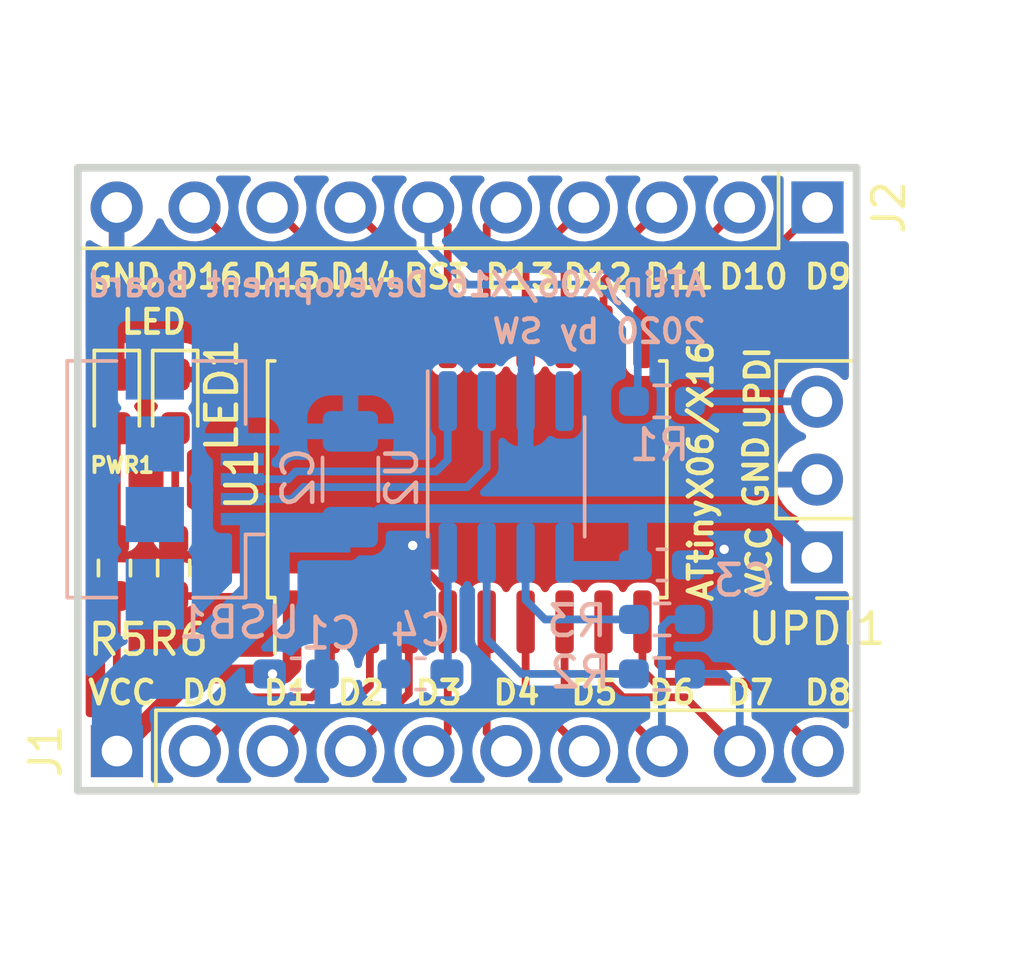
<source format=kicad_pcb>
(kicad_pcb (version 20211014) (generator pcbnew)
  (layers (0 "F.Cu" signal) (31 "B.Cu" signal) (34 "B.Paste" user) (35 "F.Paste" user) (36 "B.SilkS" user "B.Silkscreen") (37 "F.SilkS" user "F.Silkscreen") (38 "B.Mask" user) (39 "F.Mask" user) (44 "Edge.Cuts" user))
  (net 0 "")
  (net 1 "VCC")
  (net 2 "GND")
  (net 3 "Net-(U2-Pad8)")
  (net 4 "/D0")
  (net 5 "/D1")
  (net 6 "/D2")
  (net 7 "/D3")
  (net 8 "/D4")
  (net 9 "/D5")
  (net 10 "/RXD")
  (net 11 "/TXD")
  (net 12 "/D8")
  (net 13 "/D9")
  (net 14 "/D10")
  (net 15 "/D11")
  (net 16 "/D12")
  (net 17 "/D13")
  (net 18 "/UPDI")
  (net 19 "/D14")
  (net 20 "/D15")
  (net 21 "/D16")
  (net 22 "Net-(LED1-Pad2)")
  (net 23 "Net-(PWR1-Pad2)")
  (net 24 "Net-(UPDI1-Pad3)")
  (net 25 "Net-(U2-Pad7)")
  (net 26 "Net-(U2-Pad6)")
  (net 27 "Net-(USB1-Pad3)")
  (net 28 "Net-(USB1-Pad2)")
  (footprint "LED_SMD:LED_0603_1608Metric_Pad1.05x0.95mm_HandSolder" (layer "F.Cu") (at 106.68 76.708 -90)
    (fp_text reference "LED1" (at -0.2032 -1.524 -90) (layer "F.SilkS"))
    (fp_text value "LED")
    (fp_line (start 0.8 -0.735) (end -1.66 -0.735) (layer "F.SilkS") (width 0.12))
    (fp_line (start -1.66 0.735) (end 0.8 0.735) (layer "F.SilkS") (width 0.12))
    (fp_line (start -1.66 -0.735) (end -1.66 0.735) (layer "F.SilkS") (width 0.12))
    (pad "1" smd roundrect locked (at -0.875 0 270) (size 1.05 0.95) (layers "F.Cu" "F.Paste" "F.Mask") (net 2 "GND"))
    (pad "2" smd roundrect locked (at 0.875 0 270) (size 1.05 0.95) (layers "F.Cu" "F.Paste" "F.Mask") (net 22 "Net-(LED1-Pad2)"))
  )
  (footprint "Package_SO:SOIC-20W_7.5x12.8mm_P1.27mm" (layer "F.Cu") (at 116.205 79.248 90)
    (fp_text reference "U1" (at 0 -7.35 90) (layer "F.SilkS"))
    (fp_text value "ATtiny3216-S")
    (fp_line (start -3.86 -6.51) (end -3.86 -6.275) (layer "F.SilkS") (width 0.12))
    (fp_line (start -3.86 -6.275) (end -5.675 -6.275) (layer "F.SilkS") (width 0.12))
    (fp_line (start 3.86 6.51) (end 3.86 6.275) (layer "F.SilkS") (width 0.12))
    (fp_line (start 3.86 -6.51) (end 3.86 -6.275) (layer "F.SilkS") (width 0.12))
    (fp_line (start 0 6.51) (end 3.86 6.51) (layer "F.SilkS") (width 0.12))
    (fp_line (start 0 -6.51) (end 3.86 -6.51) (layer "F.SilkS") (width 0.12))
    (fp_line (start 0 -6.51) (end -3.86 -6.51) (layer "F.SilkS") (width 0.12))
    (fp_line (start -3.86 6.51) (end -3.86 6.275) (layer "F.SilkS") (width 0.12))
    (fp_line (start 0 6.51) (end -3.86 6.51) (layer "F.SilkS") (width 0.12))
    (pad "1" smd roundrect locked (at -4.65 -5.715 90) (size 2.05 0.6) (layers "F.Cu" "F.Paste" "F.Mask") (net 1 "VCC"))
    (pad "2" smd roundrect locked (at -4.65 -4.445 90) (size 2.05 0.6) (layers "F.Cu" "F.Paste" "F.Mask") (net 4 "/D0"))
    (pad "3" smd roundrect locked (at -4.65 -3.175 90) (size 2.05 0.6) (layers "F.Cu" "F.Paste" "F.Mask") (net 5 "/D1"))
    (pad "4" smd roundrect locked (at -4.65 -1.905 90) (size 2.05 0.6) (layers "F.Cu" "F.Paste" "F.Mask") (net 6 "/D2"))
    (pad "5" smd roundrect locked (at -4.65 -0.635 90) (size 2.05 0.6) (layers "F.Cu" "F.Paste" "F.Mask") (net 7 "/D3"))
    (pad "6" smd roundrect locked (at -4.65 0.635 90) (size 2.05 0.6) (layers "F.Cu" "F.Paste" "F.Mask") (net 8 "/D4"))
    (pad "7" smd roundrect locked (at -4.65 1.905 90) (size 2.05 0.6) (layers "F.Cu" "F.Paste" "F.Mask") (net 9 "/D5"))
    (pad "8" smd roundrect locked (at -4.65 3.175 90) (size 2.05 0.6) (layers "F.Cu" "F.Paste" "F.Mask") (net 10 "/RXD"))
    (pad "9" smd roundrect locked (at -4.65 4.445 90) (size 2.05 0.6) (layers "F.Cu" "F.Paste" "F.Mask") (net 11 "/TXD"))
    (pad "10" smd roundrect locked (at -4.65 5.715 90) (size 2.05 0.6) (layers "F.Cu" "F.Paste" "F.Mask") (net 12 "/D8"))
    (pad "11" smd roundrect locked (at 4.65 5.715 90) (size 2.05 0.6) (layers "F.Cu" "F.Paste" "F.Mask") (net 13 "/D9"))
    (pad "12" smd roundrect locked (at 4.65 4.445 90) (size 2.05 0.6) (layers "F.Cu" "F.Paste" "F.Mask") (net 14 "/D10"))
    (pad "13" smd roundrect locked (at 4.65 3.175 90) (size 2.05 0.6) (layers "F.Cu" "F.Paste" "F.Mask") (net 15 "/D11"))
    (pad "14" smd roundrect locked (at 4.65 1.905 90) (size 2.05 0.6) (layers "F.Cu" "F.Paste" "F.Mask") (net 16 "/D12"))
    (pad "15" smd roundrect locked (at 4.65 0.635 90) (size 2.05 0.6) (layers "F.Cu" "F.Paste" "F.Mask") (net 17 "/D13"))
    (pad "16" smd roundrect locked (at 4.65 -0.635 90) (size 2.05 0.6) (layers "F.Cu" "F.Paste" "F.Mask") (net 18 "/UPDI"))
    (pad "17" smd roundrect locked (at 4.65 -1.905 90) (size 2.05 0.6) (layers "F.Cu" "F.Paste" "F.Mask") (net 19 "/D14"))
    (pad "18" smd roundrect locked (at 4.65 -3.175 90) (size 2.05 0.6) (layers "F.Cu" "F.Paste" "F.Mask") (net 20 "/D15"))
    (pad "19" smd roundrect locked (at 4.65 -4.445 90) (size 2.05 0.6) (layers "F.Cu" "F.Paste" "F.Mask") (net 21 "/D16"))
    (pad "20" smd roundrect locked (at 4.65 -5.715 90) (size 2.05 0.6) (layers "F.Cu" "F.Paste" "F.Mask") (net 2 "GND"))
  )
  (footprint "LED_SMD:LED_0603_1608Metric_Pad1.05x0.95mm_HandSolder" (layer "F.Cu") (at 104.775 76.708 -90)
    (fp_text reference "PWR1" (at 2.0828 -0.1778 180) (layer "F.SilkS") (effects (font (size 0.5 0.5) (thickness 0.125))))
    (fp_text value "LED")
    (fp_line (start -1.66 -0.735) (end -1.66 0.735) (layer "F.SilkS") (width 0.12))
    (fp_line (start 0.8 -0.735) (end -1.66 -0.735) (layer "F.SilkS") (width 0.12))
    (fp_line (start -1.66 0.735) (end 0.8 0.735) (layer "F.SilkS") (width 0.12))
    (pad "1" smd roundrect locked (at -0.875 0 270) (size 1.05 0.95) (layers "F.Cu" "F.Paste" "F.Mask") (net 2 "GND"))
    (pad "2" smd roundrect locked (at 0.875 0 270) (size 1.05 0.95) (layers "F.Cu" "F.Paste" "F.Mask") (net 23 "Net-(PWR1-Pad2)"))
  )
  (footprint "Connector_PinHeader_2.54mm:PinHeader_1x03_P2.54mm_Vertical" (layer "F.Cu") (at 127.61 81.798 180)
    (fp_text reference "UPDI1" (at 0 -2.33 180) (layer "F.SilkS"))
    (fp_text value "Conn_01x03_Male")
    (fp_line (start 1.33 1.27) (end 1.33 6.41) (layer "F.SilkS") (width 0.12))
    (fp_line (start -1.33 0) (end -1.33 -1.33) (layer "F.SilkS") (width 0.12))
    (fp_line (start -1.33 1.27) (end -1.33 6.41) (layer "F.SilkS") (width 0.12))
    (fp_line (start -1.33 6.41) (end 1.33 6.41) (layer "F.SilkS") (width 0.12))
    (fp_line (start -1.33 -1.33) (end 0 -1.33) (layer "F.SilkS") (width 0.12))
    (fp_line (start -1.33 1.27) (end 1.33 1.27) (layer "F.SilkS") (width 0.12))
    (pad "1" thru_hole rect locked (at 0 0 180) (size 1.7 1.7) (drill 1) (layers *.Cu *.Mask) (net 1 "VCC"))
    (pad "2" thru_hole oval locked (at 0 2.54 180) (size 1.7 1.7) (drill 1) (layers *.Cu *.Mask) (net 2 "GND"))
    (pad "3" thru_hole oval locked (at 0 5.08 180) (size 1.7 1.7) (drill 1) (layers *.Cu *.Mask) (net 24 "Net-(UPDI1-Pad3)"))
  )
  (footprint "Resistor_SMD:R_0603_1608Metric_Pad0.98x0.95mm_HandSolder" (layer "F.Cu") (at 106.6292 82.1436 -90)
    (fp_text reference "R6" (at 2.3368 -0.1524 180) (layer "F.SilkS"))
    (fp_text value "1k")
    (fp_line (start -0.254724 0.5225) (end 0.254724 0.5225) (layer "F.SilkS") (width 0.12))
    (fp_line (start -0.254724 -0.5225) (end 0.254724 -0.5225) (layer "F.SilkS") (width 0.12))
    (pad "1" smd roundrect locked (at -0.9125 0 270) (size 0.975 0.95) (layers "F.Cu" "F.Paste" "F.Mask") (net 22 "Net-(LED1-Pad2)"))
    (pad "2" smd roundrect locked (at 0.9125 0 270) (size 0.975 0.95) (layers "F.Cu" "F.Paste" "F.Mask") (net 7 "/D3"))
  )
  (footprint "Connector_PinHeader_2.54mm:PinHeader_1x10_P2.54mm_Vertical" (layer "F.Cu") (at 104.78 88.113 90)
    (fp_text reference "J1" (at 0 -2.33 90) (layer "F.SilkS"))
    (fp_text value "Conn_01x10_Male")
    (fp_line (start -1.33 24.19) (end 1.33 24.19) (layer "F.SilkS") (width 0.12))
    (fp_line (start -1.33 1.27) (end 1.33 1.27) (layer "F.SilkS") (width 0.12))
    (fp_line (start 1.33 1.27) (end 1.33 24.19) (layer "F.SilkS") (width 0.12))
    (fp_line (start -1.33 -1.33) (end 0 -1.33) (layer "F.SilkS") (width 0.12))
    (fp_line (start -1.33 0) (end -1.33 -1.33) (layer "F.SilkS") (width 0.12))
    (fp_line (start -1.33 1.27) (end -1.33 24.19) (layer "F.SilkS") (width 0.12))
    (pad "1" thru_hole rect locked (at 0 0 90) (size 1.7 1.7) (drill 1) (layers *.Cu *.Mask) (net 1 "VCC"))
    (pad "2" thru_hole oval locked (at 0 2.54 90) (size 1.7 1.7) (drill 1) (layers *.Cu *.Mask) (net 4 "/D0"))
    (pad "3" thru_hole oval locked (at 0 5.08 90) (size 1.7 1.7) (drill 1) (layers *.Cu *.Mask) (net 5 "/D1"))
    (pad "4" thru_hole oval locked (at 0 7.62 90) (size 1.7 1.7) (drill 1) (layers *.Cu *.Mask) (net 6 "/D2"))
    (pad "5" thru_hole oval locked (at 0 10.16 90) (size 1.7 1.7) (drill 1) (layers *.Cu *.Mask) (net 7 "/D3"))
    (pad "6" thru_hole oval locked (at 0 12.7 90) (size 1.7 1.7) (drill 1) (layers *.Cu *.Mask) (net 8 "/D4"))
    (pad "7" thru_hole oval locked (at 0 15.24 90) (size 1.7 1.7) (drill 1) (layers *.Cu *.Mask) (net 9 "/D5"))
    (pad "8" thru_hole oval locked (at 0 17.78 90) (size 1.7 1.7) (drill 1) (layers *.Cu *.Mask) (net 10 "/RXD"))
    (pad "9" thru_hole oval locked (at 0 20.32 90) (size 1.7 1.7) (drill 1) (layers *.Cu *.Mask) (net 11 "/TXD"))
    (pad "10" thru_hole oval locked (at 0 22.86 90) (size 1.7 1.7) (drill 1) (layers *.Cu *.Mask) (net 12 "/D8"))
  )
  (footprint "Connector_PinHeader_2.54mm:PinHeader_1x10_P2.54mm_Vertical" (layer "F.Cu") (at 127.63 70.383 -90)
    (fp_text reference "J2" (at 0 -2.33 -90) (layer "F.SilkS"))
    (fp_text value "Conn_01x10_Male")
    (fp_line (start -1.33 -1.33) (end 0 -1.33) (layer "F.SilkS") (width 0.12))
    (fp_line (start -1.33 1.27) (end -1.33 24.19) (layer "F.SilkS") (width 0.12))
    (fp_line (start -1.33 24.19) (end 1.33 24.19) (layer "F.SilkS") (width 0.12))
    (fp_line (start -1.33 0) (end -1.33 -1.33) (layer "F.SilkS") (width 0.12))
    (fp_line (start -1.33 1.27) (end 1.33 1.27) (layer "F.SilkS") (width 0.12))
    (fp_line (start 1.33 1.27) (end 1.33 24.19) (layer "F.SilkS") (width 0.12))
    (pad "1" thru_hole rect locked (at 0 0 270) (size 1.7 1.7) (drill 1) (layers *.Cu *.Mask) (net 13 "/D9"))
    (pad "2" thru_hole oval locked (at 0 2.54 270) (size 1.7 1.7) (drill 1) (layers *.Cu *.Mask) (net 14 "/D10"))
    (pad "3" thru_hole oval locked (at 0 5.08 270) (size 1.7 1.7) (drill 1) (layers *.Cu *.Mask) (net 15 "/D11"))
    (pad "4" thru_hole oval locked (at 0 7.62 270) (size 1.7 1.7) (drill 1) (layers *.Cu *.Mask) (net 16 "/D12"))
    (pad "5" thru_hole oval locked (at 0 10.16 270) (size 1.7 1.7) (drill 1) (layers *.Cu *.Mask) (net 17 "/D13"))
    (pad "6" thru_hole oval locked (at 0 12.7 270) (size 1.7 1.7) (drill 1) (layers *.Cu *.Mask) (net 18 "/UPDI"))
    (pad "7" thru_hole oval locked (at 0 15.24 270) (size 1.7 1.7) (drill 1) (layers *.Cu *.Mask) (net 19 "/D14"))
    (pad "8" thru_hole oval locked (at 0 17.78 270) (size 1.7 1.7) (drill 1) (layers *.Cu *.Mask) (net 20 "/D15"))
    (pad "9" thru_hole oval locked (at 0 20.32 270) (size 1.7 1.7) (drill 1) (layers *.Cu *.Mask) (net 21 "/D16"))
    (pad "10" thru_hole oval locked (at 0 22.86 270) (size 1.7 1.7) (drill 1) (layers *.Cu *.Mask) (net 2 "GND"))
  )
  (footprint "Resistor_SMD:R_0603_1608Metric_Pad0.98x0.95mm_HandSolder" (layer "F.Cu") (at 104.6988 82.1436 90)
    (fp_text reference "R5" (at -2.3368 0.127 180) (layer "F.SilkS"))
    (fp_text value "1k")
    (fp_line (start -0.254724 -0.5225) (end 0.254724 -0.5225) (layer "F.SilkS") (width 0.12))
    (fp_line (start -0.254724 0.5225) (end 0.254724 0.5225) (layer "F.SilkS") (width 0.12))
    (pad "1" smd roundrect locked (at -0.9125 0 90) (size 0.975 0.95) (layers "F.Cu" "F.Paste" "F.Mask") (net 1 "VCC"))
    (pad "2" smd roundrect locked (at 0.9125 0 90) (size 0.975 0.95) (layers "F.Cu" "F.Paste" "F.Mask") (net 23 "Net-(PWR1-Pad2)"))
  )
  (footprint "Resistor_SMD:R_0603_1608Metric_Pad0.98x0.95mm_HandSolder" (layer "B.Cu") (at 122.555 83.82)
    (fp_text reference "R3" (at -2.7686 0.0508) (layer "B.SilkS") (effects (justify mirror)))
    (fp_text value "1k")
    (fp_line (start -0.254724 0.5225) (end 0.254724 0.5225) (layer "B.SilkS") (width 0.12))
    (fp_line (start -0.254724 -0.5225) (end 0.254724 -0.5225) (layer "B.SilkS") (width 0.12))
    (pad "1" smd roundrect locked (at -0.9125 0) (size 0.975 0.95) (layers "B.Cu" "B.Paste" "B.Mask") (net 26 "Net-(U2-Pad6)"))
    (pad "2" smd roundrect locked (at 0.9125 0) (size 0.975 0.95) (layers "B.Cu" "B.Paste" "B.Mask") (net 10 "/RXD"))
  )
  (footprint "Capacitor_SMD:C_0603_1608Metric_Pad1.08x0.95mm_HandSolder" (layer "B.Cu") (at 122.555 82.042)
    (fp_text reference "C3" (at 2.667 0.508) (layer "B.SilkS") (effects (justify mirror)))
    (fp_text value "100n")
    (fp_line (start -0.146267 0.51) (end 0.146267 0.51) (layer "B.SilkS") (width 0.12))
    (fp_line (start -0.146267 -0.51) (end 0.146267 -0.51) (layer "B.SilkS") (width 0.12))
    (pad "1" smd roundrect locked (at -0.8625 0) (size 1.075 0.95) (layers "B.Cu" "B.Paste" "B.Mask") (net 1 "VCC"))
    (pad "2" smd roundrect locked (at 0.8625 0) (size 1.075 0.95) (layers "B.Cu" "B.Paste" "B.Mask") (net 2 "GND"))
  )
  (footprint "Connector_USB:USB_Micro-B_Amphenol_10104110_Horizontal" (layer "B.Cu") (at 107.315 79.248 90)
    (fp_text reference "USB1" (at -4.6736 1.4478 180) (layer "B.SilkS") (effects (justify mirror)))
    (fp_text value "USB_B_Micro")
    (fp_line (start -3.86 1.66) (end -1.8 1.66) (layer "B.SilkS") (width 0.12))
    (fp_line (start -1.8 1.66) (end -1.8 2.25) (layer "B.SilkS") (width 0.12))
    (fp_line (start 3.86 1.66) (end 1.8 1.66) (layer "B.SilkS") (width 0.12))
    (fp_line (start -3.86 -4.16) (end 3.86 -4.16) (layer "B.SilkS") (width 0.12))
    (fp_line (start -3.86 -4.16) (end -3.86 -2.55) (layer "B.SilkS") (width 0.12))
    (fp_line (start 3.86 -4.16) (end 3.86 -2.55) (layer "B.SilkS") (width 0.12))
    (fp_line (start 3.86 -0.05) (end 3.86 1.66) (layer "B.SilkS") (width 0.12))
    (fp_line (start -3.86 -0.05) (end -3.86 1.66) (layer "B.SilkS") (width 0.12))
    (pad "1" smd rect locked (at -1.3 1.55 90) (size 0.4 1.4) (layers "B.Cu" "B.Paste" "B.Mask") (net 1 "VCC"))
    (pad "2" smd rect locked (at -0.65 1.55 90) (size 0.4 1.4) (layers "B.Cu" "B.Paste" "B.Mask") (net 28 "Net-(USB1-Pad2)"))
    (pad "3" smd rect locked (at 0 1.55 90) (size 0.4 1.4) (layers "B.Cu" "B.Paste" "B.Mask") (net 27 "Net-(USB1-Pad3)"))
    (pad "4" smd rect locked (at 0.65 1.55 90) (size 0.4 1.4) (layers "B.Cu" "B.Paste" "B.Mask"))
    (pad "5" smd rect locked (at 1.3 1.55 90) (size 0.4 1.4) (layers "B.Cu" "B.Paste" "B.Mask") (net 2 "GND"))
    (pad "6" smd rect locked (at 1.15 -1.3 90) (size 1.8 1.9) (layers "B.Cu" "B.Paste" "B.Mask"))
    (pad "6" smd rect locked (at -1.15 -1.3 90) (size 1.8 1.9) (layers "B.Cu" "B.Paste" "B.Mask"))
    (pad "6" smd rect locked (at -3.75 -1.3 90) (size 2.3 1.9) (layers "B.Cu" "B.Paste" "B.Mask"))
    (pad "6" smd rect locked (at 3.75 -1.3 90) (size 2.3 1.9) (layers "B.Cu" "B.Paste" "B.Mask"))
  )
  (footprint "Capacitor_SMD:C_0603_1608Metric_Pad1.08x0.95mm_HandSolder" (layer "B.Cu") (at 110.617 85.598)
    (fp_text reference "C1" (at 1.143 -1.3208) (layer "B.SilkS") (effects (justify mirror)))
    (fp_text value "100n")
    (fp_line (start -0.146267 0.51) (end 0.146267 0.51) (layer "B.SilkS") (width 0.12))
    (fp_line (start -0.146267 -0.51) (end 0.146267 -0.51) (layer "B.SilkS") (width 0.12))
    (pad "1" smd roundrect locked (at -0.8625 0) (size 1.075 0.95) (layers "B.Cu" "B.Paste" "B.Mask") (net 1 "VCC"))
    (pad "2" smd roundrect locked (at 0.8625 0) (size 1.075 0.95) (layers "B.Cu" "B.Paste" "B.Mask") (net 2 "GND"))
  )
  (footprint "Capacitor_SMD:C_1206_3216Metric_Pad1.33x1.80mm_HandSolder" (layer "B.Cu") (at 112.395 79.248 90)
    (fp_text reference "C2" (at 0.0508 -1.7018 90) (layer "B.SilkS") (effects (justify mirror)))
    (fp_text value "47u")
    (fp_line (start -0.711252 -0.91) (end 0.711252 -0.91) (layer "B.SilkS") (width 0.12))
    (fp_line (start -0.711252 0.91) (end 0.711252 0.91) (layer "B.SilkS") (width 0.12))
    (pad "1" smd roundrect locked (at -1.5625 0 90) (size 1.325 1.8) (layers "B.Cu" "B.Paste" "B.Mask") (roundrect_rratio 0.188679) (net 1 "VCC"))
    (pad "2" smd roundrect locked (at 1.5625 0 90) (size 1.325 1.8) (layers "B.Cu" "B.Paste" "B.Mask") (roundrect_rratio 0.188679) (net 2 "GND"))
  )
  (footprint "Resistor_SMD:R_0603_1608Metric_Pad0.98x0.95mm_HandSolder" (layer "B.Cu") (at 122.555 85.598)
    (fp_text reference "R2" (at -2.667 -0.0508) (layer "B.SilkS") (effects (justify mirror)))
    (fp_text value "1k")
    (fp_line (start -0.254724 -0.5225) (end 0.254724 -0.5225) (layer "B.SilkS") (width 0.12))
    (fp_line (start -0.254724 0.5225) (end 0.254724 0.5225) (layer "B.SilkS") (width 0.12))
    (pad "1" smd roundrect locked (at -0.9125 0) (size 0.975 0.95) (layers "B.Cu" "B.Paste" "B.Mask") (net 25 "Net-(U2-Pad7)"))
    (pad "2" smd roundrect locked (at 0.9125 0) (size 0.975 0.95) (layers "B.Cu" "B.Paste" "B.Mask") (net 11 "/TXD"))
  )
  (footprint "Capacitor_SMD:C_0603_1608Metric_Pad1.08x0.95mm_HandSolder" (layer "B.Cu") (at 114.681 85.598 180)
    (fp_text reference "C4" (at 0 1.43) (layer "B.SilkS") (effects (justify mirror)))
    (fp_text value "100n")
    (fp_line (start -0.146267 0.51) (end 0.146267 0.51) (layer "B.SilkS") (width 0.12))
    (fp_line (start -0.146267 -0.51) (end 0.146267 -0.51) (layer "B.SilkS") (width 0.12))
    (pad "1" smd roundrect locked (at -0.8625 0 180) (size 1.075 0.95) (layers "B.Cu" "B.Paste" "B.Mask") (net 3 "Net-(U2-Pad8)"))
    (pad "2" smd roundrect locked (at 0.8625 0 180) (size 1.075 0.95) (layers "B.Cu" "B.Paste" "B.Mask") (net 2 "GND"))
  )
  (footprint "Resistor_SMD:R_0603_1608Metric_Pad0.98x0.95mm_HandSolder" (layer "B.Cu") (at 122.555 76.708 180)
    (fp_text reference "R1" (at 0.0762 -1.4224) (layer "B.SilkS") (effects (justify mirror)))
    (fp_text value "1k")
    (fp_line (start -0.254724 0.5225) (end 0.254724 0.5225) (layer "B.SilkS") (width 0.12))
    (fp_line (start -0.254724 -0.5225) (end 0.254724 -0.5225) (layer "B.SilkS") (width 0.12))
    (pad "1" smd roundrect locked (at -0.9125 0 180) (size 0.975 0.95) (layers "B.Cu" "B.Paste" "B.Mask") (net 24 "Net-(UPDI1-Pad3)"))
    (pad "2" smd roundrect locked (at 0.9125 0 180) (size 0.975 0.95) (layers "B.Cu" "B.Paste" "B.Mask") (net 18 "/UPDI"))
  )
  (footprint "Package_SO:SOIC-8_3.9x4.9mm_P1.27mm" (layer "B.Cu") (at 117.475 79.172 -90)
    (fp_text reference "U2" (at 0 3.4 90) (layer "B.SilkS") (effects (justify mirror)))
    (fp_text value "CH330N")
    (fp_line (start 0 -2.56) (end 1.95 -2.56) (layer "B.SilkS") (width 0.12))
    (fp_line (start 0 -2.56) (end -1.95 -2.56) (layer "B.SilkS") (width 0.12))
    (fp_line (start 0 2.56) (end -3.45 2.56) (layer "B.SilkS") (width 0.12))
    (fp_line (start 0 2.56) (end 1.95 2.56) (layer "B.SilkS") (width 0.12))
    (pad "1" smd roundrect locked (at -2.475 1.905 270) (size 1.95 0.6) (layers "B.Cu" "B.Paste" "B.Mask") (net 27 "Net-(USB1-Pad3)"))
    (pad "2" smd roundrect locked (at -2.475 0.635 270) (size 1.95 0.6) (layers "B.Cu" "B.Paste" "B.Mask") (net 28 "Net-(USB1-Pad2)"))
    (pad "3" smd roundrect locked (at -2.475 -0.635 270) (size 1.95 0.6) (layers "B.Cu" "B.Paste" "B.Mask") (net 2 "GND"))
    (pad "4" smd roundrect locked (at -2.475 -1.905 270) (size 1.95 0.6) (layers "B.Cu" "B.Paste" "B.Mask"))
    (pad "5" smd roundrect locked (at 2.475 -1.905 270) (size 1.95 0.6) (layers "B.Cu" "B.Paste" "B.Mask") (net 1 "VCC"))
    (pad "6" smd roundrect locked (at 2.475 -0.635 270) (size 1.95 0.6) (layers "B.Cu" "B.Paste" "B.Mask") (net 26 "Net-(U2-Pad6)"))
    (pad "7" smd roundrect locked (at 2.475 0.635 270) (size 1.95 0.6) (layers "B.Cu" "B.Paste" "B.Mask") (net 25 "Net-(U2-Pad7)"))
    (pad "8" smd roundrect locked (at 2.475 1.905 270) (size 1.95 0.6) (layers "B.Cu" "B.Paste" "B.Mask") (net 3 "Net-(U2-Pad8)"))
  )
  (gr_poly (pts (xy 108.788 80.34) (xy 112.395 80.34) (xy 112.395 81.636) (xy 108.788 81.636)) (layer "B.Cu") (width 0) (fill solid))
  (gr_line (start 128.905 89.408) (end 103.505 89.408) (layer "Edge.Cuts") (width 0.254))
  (gr_line (start 103.505 69.088) (end 128.905 69.088) (layer "Edge.Cuts") (width 0.254))
  (gr_line (start 128.905 69.088) (end 128.905 89.408) (layer "Edge.Cuts") (width 0.254))
  (gr_line (start 103.505 89.408) (end 103.505 69.088) (layer "Edge.Cuts") (width 0.254))
  (gr_text "ATtinyX06/X16 Development Board" (at 124.079 72.898) (layer "B.SilkS") (effects (font (size 0.762 0.762) (thickness 0.152)) (justify left mirror)))
  (gr_text "2020 by SW" (at 124.079 74.422) (layer "B.SilkS") (effects (font (size 0.762 0.762) (thickness 0.152)) (justify left mirror)))
  (gr_text "D5" (at 119.507 86.2076) (layer "F.SilkS") (effects (font (size 0.762 0.762) (thickness 0.152)) (justify left)))
  (gr_text "D13" (at 116.713 72.644) (layer "F.SilkS") (effects (font (size 0.762 0.762) (thickness 0.152)) (justify left)))
  (gr_text "GND" (at 125.6284 80.264 90) (layer "F.SilkS") (effects (font (size 0.762 0.762) (thickness 0.152)) (justify left)))
  (gr_text "D12" (at 119.253 72.644) (layer "F.SilkS") (effects (font (size 0.762 0.762) (thickness 0.152)) (justify left)))
  (gr_text "D16" (at 106.553 72.644) (layer "F.SilkS") (effects (font (size 0.762 0.762) (thickness 0.152)) (justify left)))
  (gr_text "D0" (at 106.807 86.2076) (layer "F.SilkS") (effects (font (size 0.762 0.762) (thickness 0.152)) (justify left)))
  (gr_text "D1" (at 109.474 86.2076) (layer "F.SilkS") (effects (font (size 0.762 0.762) (thickness 0.152)) (justify left)))
  (gr_text "D3" (at 114.427 86.2076) (layer "F.SilkS") (effects (font (size 0.762 0.762) (thickness 0.152)) (justify left)))
  (gr_text "LED" (at 104.8512 74.1172) (layer "F.SilkS") (effects (font (size 0.762 0.762) (thickness 0.152)) (justify left)))
  (gr_text "D8" (at 127.127 86.2076) (layer "F.SilkS") (effects (font (size 0.762 0.762) (thickness 0.152)) (justify left)))
  (gr_text "RST" (at 114.046 72.644) (layer "F.SilkS") (effects (font (size 0.762 0.762) (thickness 0.152)) (justify left)))
  (gr_text "ATtinyX06/X16" (at 123.825 83.312 90) (layer "F.SilkS") (effects (font (size 0.762 0.762) (thickness 0.152)) (justify left)))
  (gr_text "D4" (at 116.967 86.2076) (layer "F.SilkS") (effects (font (size 0.762 0.762) (thickness 0.152)) (justify left)))
  (gr_text "VCC" (at 125.73 83.058 90) (layer "F.SilkS") (effects (font (size 0.762 0.762) (thickness 0.152)) (justify left)))
  (gr_text "D14" (at 111.633 72.644) (layer "F.SilkS") (effects (font (size 0.762 0.762) (thickness 0.152)) (justify left)))
  (gr_text "VCC" (at 103.759 86.2076) (layer "F.SilkS") (effects (font (size 0.762 0.762) (thickness 0.152)) (justify left)))
  (gr_text "D10" (at 124.333 72.644) (layer "F.SilkS") (effects (font (size 0.762 0.762) (thickness 0.152)) (justify left)))
  (gr_text "D2" (at 111.887 86.2076) (layer "F.SilkS") (effects (font (size 0.762 0.762) (thickness 0.152)) (justify left)))
  (gr_text "UPDI" (at 125.6792 77.724 90) (layer "F.SilkS") (effects (font (size 0.762 0.762) (thickness 0.152)) (justify left)))
  (gr_text "D9" (at 127.127 72.644) (layer "F.SilkS") (effects (font (size 0.762 0.762) (thickness 0.152)) (justify left)))
  (gr_text "D6" (at 122.047 86.2076) (layer "F.SilkS") (effects (font (size 0.762 0.762) (thickness 0.152)) (justify left)))
  (gr_text "GND" (at 103.759 72.644) (layer "F.SilkS") (effects (font (size 0.762 0.762) (thickness 0.152)) (justify left)))
  (gr_text "D7" (at 124.587 86.2076) (layer "F.SilkS") (effects (font (size 0.762 0.762) (thickness 0.152)) (justify left)))
  (gr_text "D11" (at 121.92 72.644) (layer "F.SilkS") (effects (font (size 0.762 0.762) (thickness 0.152)) (justify left)))
  (gr_text "D15" (at 109.093 72.644) (layer "F.SilkS") (effects (font (size 0.762 0.762) (thickness 0.152)) (justify left)))
  (segment (start 109.855 85.598) (end 107.315 85.598) (width 0.61) (layer "F.Cu") (net 1))
  (segment (start 109.855 85.598) (end 110.236 85.598) (width 0.61) (layer "F.Cu") (net 1))
  (segment (start 110.236 85.598) (end 110.49 85.344) (width 0.61) (layer "F.Cu") (net 1))
  (segment (start 104.775 88.138) (end 104.775 83.1323) (width 0.254) (layer "F.Cu") (net 1))
  (segment (start 110.49 85.344) (end 110.49 84.328) (width 0.61) (layer "F.Cu") (net 1))
  (segment (start 107.315 85.598) (end 104.775 88.138) (width 0.61) (layer "F.Cu") (net 1))
  (segment (start 104.775 83.1323) (end 104.6988 83.0561) (width 0.254) (layer "F.Cu") (net 1))
  (segment (start 109.855 85.598) (end 109.855 85.598) (width 0.61) (layer "F.Cu") (net 1))
  (via (at 109.855 85.598) (size 0.61) (drill 0.305) (layers "F.Cu" "B.Cu") (net 1))
  (segment (start 121.768 82.042) (end 121.768 80.366) (width 0.61) (layer "B.Cu") (net 1))
  (segment (start 104.775 88.138) (end 104.775 86.36) (width 1.626) (layer "B.Cu") (net 1))
  (segment (start 121.768 80.366) (end 121.768 80.366) (width 0.61) (layer "B.Cu") (net 1))
  (segment (start 110.0705 80.8105) (end 109.601 81.28) (width 0.25) (layer "B.Cu") (net 1))
  (segment (start 104.775 86.36) (end 105.537 85.598) (width 1.626) (layer "B.Cu") (net 1))
  (segment (start 109.601 83.058) (end 109.601 81.28) (width 1.626) (layer "B.Cu") (net 1))
  (segment (start 121.59 82.22) (end 119.38 82.22) (width 0.61) (layer "B.Cu") (net 1))
  (segment (start 118.847 80.366) (end 113.411 80.366) (width 0.61) (layer "B.Cu") (net 1))
  (segment (start 112.395 80.8105) (end 110.0705 80.8105) (width 0.25) (layer "B.Cu") (net 1))
  (segment (start 105.537 85.598) (end 107.061 85.598) (width 1.626) (layer "B.Cu") (net 1))
  (segment (start 118.847 80.366) (end 126.213 80.366) (width 0.61) (layer "B.Cu") (net 1))
  (segment (start 107.061 85.598) (end 109.601 83.058) (width 1.626) (layer "B.Cu") (net 1))
  (segment (start 121.768 82.042) (end 121.59 82.22) (width 0.61) (layer "B.Cu") (net 1))
  (segment (start 126.213 80.366) (end 127.635 81.788) (width 0.61) (layer "B.Cu") (net 1))
  (via (at 114.427 81.407) (size 0.61) (drill 0.305) (layers "F.Cu" "B.Cu") (net 2))
  (via (at 124.587 81.534) (size 0.61) (drill 0.305) (layers "F.Cu" "B.Cu") (net 2))
  (segment (start 115.57 82.22) (end 115.57 85.496) (width 0.254) (layer "B.Cu") (net 3))
  (segment (start 115.57 85.496) (end 115.468 85.598) (width 0.254) (layer "B.Cu") (net 3))
  (segment (start 111.125 86.36) (end 109.093 86.36) (width 0.254) (layer "F.Cu") (net 4))
  (segment (start 111.76 84.328) (end 111.76 85.725) (width 0.254) (layer "F.Cu") (net 4))
  (segment (start 109.093 86.36) (end 107.315 88.138) (width 0.254) (layer "F.Cu") (net 4))
  (segment (start 111.76 85.725) (end 111.125 86.36) (width 0.254) (layer "F.Cu") (net 4))
  (segment (start 113.03 84.328) (end 113.03 85.979) (width 0.254) (layer "F.Cu") (net 5))
  (segment (start 112.141 86.868) (end 111.125 86.868) (width 0.254) (layer "F.Cu") (net 5))
  (segment (start 111.125 86.868) (end 109.855 88.138) (width 0.254) (layer "F.Cu") (net 5))
  (segment (start 113.03 85.979) (end 112.141 86.868) (width 0.254) (layer "F.Cu") (net 5))
  (segment (start 114.3 84.328) (end 114.3 86.233) (width 0.254) (layer "F.Cu") (net 6))
  (segment (start 114.3 86.233) (end 112.395 88.138) (width 0.254) (layer "F.Cu") (net 6))
  (segment (start 115.214 82.575) (end 115.57 82.931) (width 0.254) (layer "F.Cu") (net 7))
  (segment (start 115.57 87.503) (end 114.935 88.138) (width 0.254) (layer "F.Cu") (net 7))
  (segment (start 115.57 84.328) (end 115.57 87.503) (width 0.254) (layer "F.Cu") (net 7))
  (segment (start 114.8334 82.1944) (end 115.214 82.575) (width 0.25) (layer "F.Cu") (net 7))
  (segment (start 115.57 82.931) (end 115.57 84.328) (width 0.254) (layer "F.Cu") (net 7))
  (segment (start 107.5963 83.0561) (end 108.458 82.1944) (width 0.25) (layer "F.Cu") (net 7))
  (segment (start 106.6292 83.0561) (end 107.5963 83.0561) (width 0.25) (layer "F.Cu") (net 7))
  (segment (start 108.458 82.1944) (end 114.8334 82.1944) (width 0.25) (layer "F.Cu") (net 7))
  (segment (start 116.84 84.328) (end 116.84 87.503) (width 0.254) (layer "F.Cu") (net 8))
  (segment (start 116.84 87.503) (end 117.475 88.138) (width 0.254) (layer "F.Cu") (net 8))
  (segment (start 118.11 86.233) (end 120.015 88.138) (width 0.254) (layer "F.Cu") (net 9))
  (segment (start 118.11 84.328) (end 118.11 86.233) (width 0.254) (layer "F.Cu") (net 9))
  (segment (start 120.269 86.868) (end 121.285 86.868) (width 0.254) (layer "F.Cu") (net 10))
  (segment (start 121.285 86.868) (end 122.555 88.138) (width 0.254) (layer "F.Cu") (net 10))
  (segment (start 119.38 84.328) (end 119.38 85.979) (width 0.254) (layer "F.Cu") (net 10))
  (segment (start 119.38 85.979) (end 120.269 86.868) (width 0.254) (layer "F.Cu") (net 10))
  (segment (start 122.555 84.074) (end 122.809 83.82) (width 0.254) (layer "B.Cu") (net 10))
  (segment (start 122.555 88.138) (end 122.555 84.074) (width 0.254) (layer "B.Cu") (net 10))
  (segment (start 122.809 83.82) (end 123.342 83.82) (width 0.254) (layer "B.Cu") (net 10))
  (segment (start 121.285 86.36) (end 123.317 86.36) (width 0.254) (layer "F.Cu") (net 11))
  (segment (start 123.317 86.36) (end 125.095 88.138) (width 0.254) (layer "F.Cu") (net 11))
  (segment (start 120.65 85.725) (end 121.285 86.36) (width 0.254) (layer "F.Cu") (net 11))
  (segment (start 120.65 84.328) (end 120.65 85.725) (width 0.254) (layer "F.Cu") (net 11))
  (segment (start 123.342 85.598) (end 124.587 85.598) (width 0.254) (layer "B.Cu") (net 11))
  (segment (start 125.095 86.106) (end 125.095 88.138) (width 0.254) (layer "B.Cu") (net 11))
  (segment (start 124.587 85.598) (end 125.095 86.106) (width 0.254) (layer "B.Cu") (net 11))
  (segment (start 121.92 84.328) (end 121.92 85.471) (width 0.254) (layer "F.Cu") (net 12))
  (segment (start 125.349 85.852) (end 127.635 88.138) (width 0.254) (layer "F.Cu") (net 12))
  (segment (start 121.92 85.471) (end 122.301 85.852) (width 0.254) (layer "F.Cu") (net 12))
  (segment (start 122.301 85.852) (end 125.349 85.852) (width 0.254) (layer "F.Cu") (net 12))
  (segment (start 121.92 74.699) (end 121.92 73.025) (width 0.254) (layer "F.Cu") (net 13))
  (segment (start 125.349 72.644) (end 127.635 70.358) (width 0.254) (layer "F.Cu") (net 13))
  (segment (start 122.301 72.644) (end 125.349 72.644) (width 0.254) (layer "F.Cu") (net 13))
  (segment (start 121.92 73.025) (end 122.301 72.644) (width 0.254) (layer "F.Cu") (net 13))
  (segment (start 121.285 72.136) (end 123.317 72.136) (width 0.254) (layer "F.Cu") (net 14))
  (segment (start 123.317 72.136) (end 125.095 70.358) (width 0.254) (layer "F.Cu") (net 14))
  (segment (start 120.65 72.771) (end 121.285 72.136) (width 0.254) (layer "F.Cu") (net 14))
  (segment (start 120.65 74.699) (end 120.65 72.771) (width 0.254) (layer "F.Cu") (net 14))
  (segment (start 119.38 72.517) (end 120.269 71.628) (width 0.254) (layer "F.Cu") (net 15))
  (segment (start 119.38 74.699) (end 119.38 72.517) (width 0.254) (layer "F.Cu") (net 15))
  (segment (start 120.269 71.628) (end 121.285 71.628) (width 0.254) (layer "F.Cu") (net 15))
  (segment (start 121.285 71.628) (end 122.555 70.358) (width 0.254) (layer "F.Cu") (net 15))
  (segment (start 118.11 72.263) (end 120.015 70.358) (width 0.254) (layer "F.Cu") (net 16))
  (segment (start 118.11 74.698) (end 118.11 72.263) (width 0.254) (layer "F.Cu") (net 16))
  (segment (start 116.84 70.993) (end 117.475 70.358) (width 0.254) (layer "F.Cu") (net 17))
  (segment (start 116.84 74.698) (end 116.84 70.993) (width 0.254) (layer "F.Cu") (net 17))
  (segment (start 115.57 70.993) (end 114.935 70.358) (width 0.254) (layer "F.Cu") (net 18))
  (segment (start 115.57 74.698) (end 115.57 70.993) (width 0.254) (layer "F.Cu") (net 18))
  (segment (start 116.205 72.898) (end 120.523 72.898) (width 0.254) (layer "B.Cu") (net 18))
  (segment (start 121.768 74.143) (end 121.768 76.708) (width 0.254) (layer "B.Cu") (net 18))
  (segment (start 120.523 72.898) (end 121.768 74.143) (width 0.254) (layer "B.Cu") (net 18))
  (segment (start 114.935 71.628) (end 116.205 72.898) (width 0.254) (layer "B.Cu") (net 18))
  (segment (start 114.935 70.358) (end 114.935 71.628) (width 0.254) (layer "B.Cu") (net 18))
  (segment (start 114.3 74.698) (end 114.3 72.263) (width 0.254) (layer "F.Cu") (net 19))
  (segment (start 114.3 72.263) (end 112.395 70.358) (width 0.254) (layer "F.Cu") (net 19))
  (segment (start 113.03 72.517) (end 112.141 71.628) (width 0.254) (layer "F.Cu") (net 20))
  (segment (start 111.125 71.628) (end 109.855 70.358) (width 0.254) (layer "F.Cu") (net 20))
  (segment (start 113.03 74.699) (end 113.03 72.517) (width 0.254) (layer "F.Cu") (net 20))
  (segment (start 112.141 71.628) (end 111.125 71.628) (width 0.254) (layer "F.Cu") (net 20))
  (segment (start 111.125 72.136) (end 109.093 72.136) (width 0.254) (layer "F.Cu") (net 21))
  (segment (start 111.76 74.699) (end 111.76 72.771) (width 0.254) (layer "F.Cu") (net 21))
  (segment (start 109.093 72.136) (end 107.315 70.358) (width 0.254) (layer "F.Cu") (net 21))
  (segment (start 111.76 72.771) (end 111.125 72.136) (width 0.254) (layer "F.Cu") (net 21))
  (segment (start 106.68 77.583) (end 106.68 81.1803) (width 0.25) (layer "F.Cu") (net 22))
  (segment (start 106.68 81.1803) (end 106.6292 81.2311) (width 0.25) (layer "F.Cu") (net 22))
  (segment (start 104.775 77.584) (end 104.775 81.001) (width 0.254) (layer "F.Cu") (net 23))
  (segment (start 123.342 76.708) (end 127.635 76.708) (width 0.254) (layer "B.Cu") (net 24))
  (segment (start 116.84 84.455) (end 117.983 85.598) (width 0.254) (layer "B.Cu") (net 25))
  (segment (start 117.983 85.598) (end 121.768 85.598) (width 0.254) (layer "B.Cu") (net 25))
  (segment (start 116.84 82.22) (end 116.84 84.455) (width 0.254) (layer "B.Cu") (net 25))
  (segment (start 118.745 83.82) (end 121.768 83.82) (width 0.254) (layer "B.Cu") (net 26))
  (segment (start 118.11 83.185) (end 118.745 83.82) (width 0.254) (layer "B.Cu") (net 26))
  (segment (start 118.11 82.22) (end 118.11 83.185) (width 0.254) (layer "B.Cu") (net 26))
  (segment (start 115.189 78.994) (end 115.57 78.613) (width 0.254) (layer "B.Cu") (net 27))
  (segment (start 110.363 79.248) (end 110.617 78.994) (width 0.254) (layer "B.Cu") (net 27))
  (segment (start 110.617 78.994) (end 115.189 78.994) (width 0.254) (layer "B.Cu") (net 27))
  (segment (start 108.85 79.248) (end 110.363 79.248) (width 0.254) (layer "B.Cu") (net 27))
  (segment (start 115.57 78.613) (end 115.57 76.276) (width 0.254) (layer "B.Cu") (net 27))
  (segment (start 110.475 79.898) (end 110.871 79.502) (width 0.254) (layer "B.Cu") (net 28))
  (segment (start 110.871 79.502) (end 116.205 79.502) (width 0.254) (layer "B.Cu") (net 28))
  (segment (start 108.85 79.898) (end 110.475 79.898) (width 0.254) (layer "B.Cu") (net 28))
  (segment (start 116.84 78.867) (end 116.84 76.276) (width 0.254) (layer "B.Cu") (net 28))
  (segment (start 116.205 79.502) (end 116.84 78.867) (width 0.254) (layer "B.Cu") (net 28))
  (zone (net 2) (net_name "GND") (layer "F.Cu") (connect_pads (clearance 0.254)) (min_thickness 0.254) (fill yes (thermal_gap 0.508) (thermal_bridge_width 0.508))
    (polygon (pts (xy 100.965 66.548) (xy 131.445 66.548) (xy 131.445 91.948) (xy 100.965 91.948)))
  )
  (zone (net 2) (net_name "GND") (layer "B.Cu") (connect_pads (clearance 0.254)) (min_thickness 0.254) (fill yes (thermal_gap 0.508) (thermal_bridge_width 0.508))
    (polygon (pts (xy 102.235 67.818) (xy 130.175 67.818) (xy 130.175 90.678) (xy 102.235 90.678)))
  )
)
</source>
